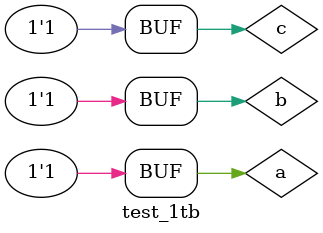
<source format=v>
module test_1tb;

reg a,b,c;
wire y;

test_1 obj(a,b,c,y);

initial 
 begin 
    a=0;b=0;c=0;
#10 a=0;b=0;c=1;
#10 a=0;b=1;c=0;
#10 a=0;b=1;c=1;
#10 a=1;b=0;c=0;
#10 a=1;b=0;c=1;
#10 a=1;b=1;c=0;
#10 a=1;b=1;c=1;
 end
 


endmodule

</source>
